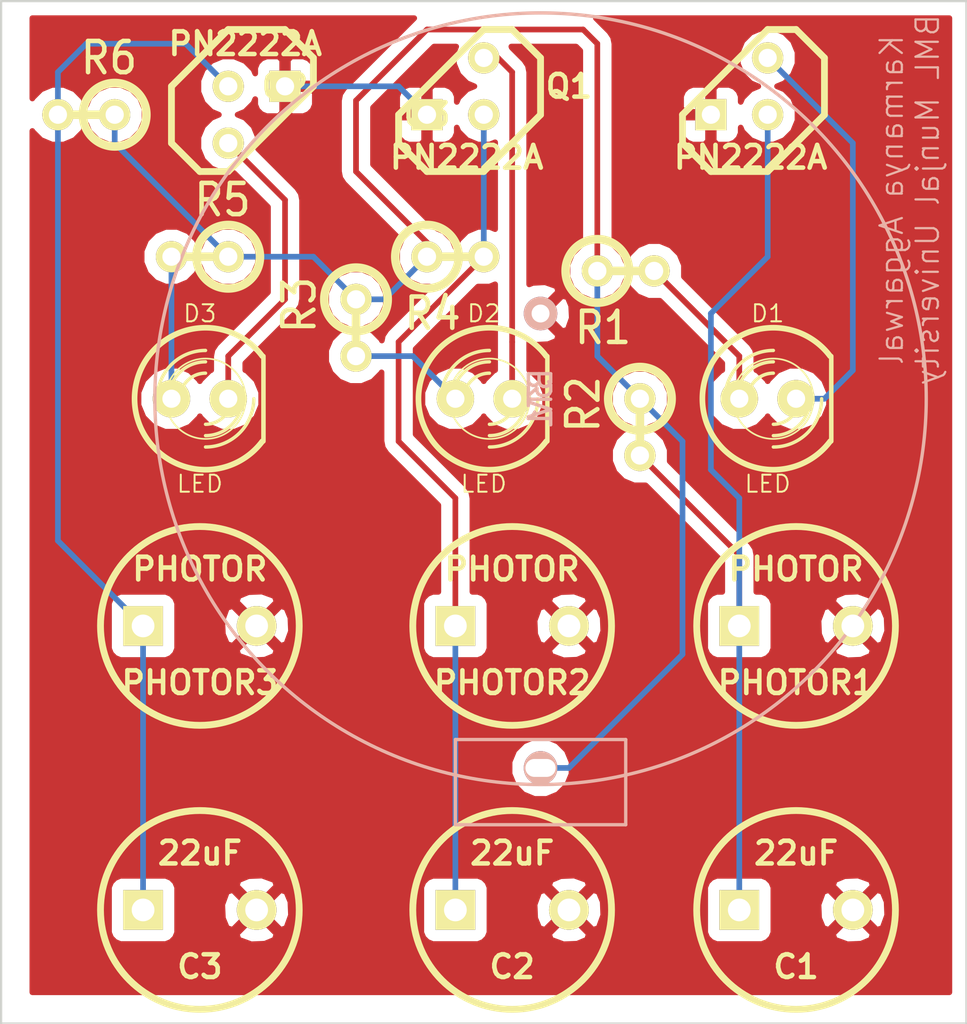
<source format=kicad_pcb>
(kicad_pcb (version 3) (host pcbnew "(2013-jul-07)-stable")

  (general
    (links 30)
    (no_connects 0)
    (area 218.389999 177.749999 267.439525 223.570001)
    (thickness 1.6)
    (drawings 5)
    (tracks 60)
    (zones 0)
    (modules 19)
    (nets 12)
  )

  (page A3)
  (layers
    (15 F.Cu signal)
    (0 B.Cu signal)
    (16 B.Adhes user)
    (17 F.Adhes user)
    (18 B.Paste user)
    (19 F.Paste user)
    (20 B.SilkS user)
    (21 F.SilkS user)
    (22 B.Mask user)
    (23 F.Mask user)
    (24 Dwgs.User user)
    (25 Cmts.User user)
    (26 Eco1.User user)
    (27 Eco2.User user)
    (28 Edge.Cuts user)
  )

  (setup
    (last_trace_width 0.254)
    (trace_clearance 0.254)
    (zone_clearance 0.508)
    (zone_45_only no)
    (trace_min 0.254)
    (segment_width 0.2)
    (edge_width 0.1)
    (via_size 0.889)
    (via_drill 0.635)
    (via_min_size 0.889)
    (via_min_drill 0.508)
    (uvia_size 0.508)
    (uvia_drill 0.127)
    (uvias_allowed no)
    (uvia_min_size 0.508)
    (uvia_min_drill 0.127)
    (pcb_text_width 0.3)
    (pcb_text_size 1.5 1.5)
    (mod_edge_width 0.15)
    (mod_text_size 1 1)
    (mod_text_width 0.15)
    (pad_size 1.5 1.5)
    (pad_drill 0.6)
    (pad_to_mask_clearance 0)
    (aux_axis_origin 0 0)
    (visible_elements FFFFFFBF)
    (pcbplotparams
      (layerselection 3178497)
      (usegerberextensions true)
      (excludeedgelayer true)
      (linewidth 0.150000)
      (plotframeref false)
      (viasonmask false)
      (mode 1)
      (useauxorigin false)
      (hpglpennumber 1)
      (hpglpenspeed 20)
      (hpglpendiameter 15)
      (hpglpenoverlay 2)
      (psnegative false)
      (psa4output false)
      (plotreference true)
      (plotvalue true)
      (plotothertext true)
      (plotinvisibletext false)
      (padsonsilk false)
      (subtractmaskfromsilk false)
      (outputformat 1)
      (mirror false)
      (drillshape 1)
      (scaleselection 1)
      (outputdirectory ""))
  )

  (net 0 "")
  (net 1 3V)
  (net 2 GND)
  (net 3 N-000001)
  (net 4 N-0000010)
  (net 5 N-000002)
  (net 6 N-000003)
  (net 7 N-000004)
  (net 8 N-000005)
  (net 9 N-000006)
  (net 10 N-000007)
  (net 11 N-000009)

  (net_class Default "This is the default net class."
    (clearance 0.254)
    (trace_width 0.254)
    (via_dia 0.889)
    (via_drill 0.635)
    (uvia_dia 0.508)
    (uvia_drill 0.127)
    (add_net "")
    (add_net 3V)
    (add_net GND)
    (add_net N-000001)
    (add_net N-0000010)
    (add_net N-000002)
    (add_net N-000003)
    (add_net N-000004)
    (add_net N-000005)
    (add_net N-000006)
    (add_net N-000007)
    (add_net N-000009)
  )

  (module TO92-EBC-num (layer F.Cu) (tedit 55D5FF8E) (tstamp 55D60056)
    (at 251.46 181.61 180)
    (descr "Transistor TO92 brochage type BC237")
    (tags "TR TO92")
    (path /55D6A256)
    (fp_text reference Q1 (at 7.62 0 180) (layer F.SilkS)
      (effects (font (size 1.016 1.016) (thickness 0.2032)))
    )
    (fp_text value PN2222A (at -0.508 -3.175 180) (layer F.SilkS)
      (effects (font (size 1.016 1.016) (thickness 0.2032)))
    )
    (fp_line (start -1.27 2.54) (end 2.54 -1.27) (layer F.SilkS) (width 0.3048))
    (fp_line (start 2.54 -1.27) (end 2.54 -2.54) (layer F.SilkS) (width 0.3048))
    (fp_line (start 2.54 -2.54) (end 1.27 -3.81) (layer F.SilkS) (width 0.3048))
    (fp_line (start 1.27 -3.81) (end -1.27 -3.81) (layer F.SilkS) (width 0.3048))
    (fp_line (start -1.27 -3.81) (end -3.81 -1.27) (layer F.SilkS) (width 0.3048))
    (fp_line (start -3.81 -1.27) (end -3.81 1.27) (layer F.SilkS) (width 0.3048))
    (fp_line (start -3.81 1.27) (end -2.54 2.54) (layer F.SilkS) (width 0.3048))
    (fp_line (start -2.54 2.54) (end -1.27 2.54) (layer F.SilkS) (width 0.3048))
    (pad 1 thru_hole rect (at 1.27 -1.27 180) (size 1.397 1.397) (drill 0.8128)
      (layers *.Cu *.Mask F.SilkS)
      (net 2 GND)
    )
    (pad 2 thru_hole circle (at -1.27 -1.27 180) (size 1.397 1.397) (drill 0.8128)
      (layers *.Cu *.Mask F.SilkS)
      (net 3 N-000001)
    )
    (pad 3 thru_hole circle (at -1.27 1.27 180) (size 1.397 1.397) (drill 0.8128)
      (layers *.Cu *.Mask F.SilkS)
      (net 5 N-000002)
    )
    (model discret/to98.wrl
      (at (xyz 0 0 0))
      (scale (xyz 1 1 1))
      (rotate (xyz 0 0 0))
    )
  )

  (module TO92-EBC-num (layer F.Cu) (tedit 55D5FF8E) (tstamp 55D60065)
    (at 238.76 181.61 180)
    (descr "Transistor TO92 brochage type BC237")
    (tags "TR TO92")
    (path /55D6A272)
    (fp_text reference Q2 (at 7.62 0 180) (layer F.SilkS)
      (effects (font (size 1.016 1.016) (thickness 0.2032)))
    )
    (fp_text value PN2222A (at -0.508 -3.175 180) (layer F.SilkS)
      (effects (font (size 1.016 1.016) (thickness 0.2032)))
    )
    (fp_line (start -1.27 2.54) (end 2.54 -1.27) (layer F.SilkS) (width 0.3048))
    (fp_line (start 2.54 -1.27) (end 2.54 -2.54) (layer F.SilkS) (width 0.3048))
    (fp_line (start 2.54 -2.54) (end 1.27 -3.81) (layer F.SilkS) (width 0.3048))
    (fp_line (start 1.27 -3.81) (end -1.27 -3.81) (layer F.SilkS) (width 0.3048))
    (fp_line (start -1.27 -3.81) (end -3.81 -1.27) (layer F.SilkS) (width 0.3048))
    (fp_line (start -3.81 -1.27) (end -3.81 1.27) (layer F.SilkS) (width 0.3048))
    (fp_line (start -3.81 1.27) (end -2.54 2.54) (layer F.SilkS) (width 0.3048))
    (fp_line (start -2.54 2.54) (end -1.27 2.54) (layer F.SilkS) (width 0.3048))
    (pad 1 thru_hole rect (at 1.27 -1.27 180) (size 1.397 1.397) (drill 0.8128)
      (layers *.Cu *.Mask F.SilkS)
      (net 2 GND)
    )
    (pad 2 thru_hole circle (at -1.27 -1.27 180) (size 1.397 1.397) (drill 0.8128)
      (layers *.Cu *.Mask F.SilkS)
      (net 11 N-000009)
    )
    (pad 3 thru_hole circle (at -1.27 1.27 180) (size 1.397 1.397) (drill 0.8128)
      (layers *.Cu *.Mask F.SilkS)
      (net 7 N-000004)
    )
    (model discret/to98.wrl
      (at (xyz 0 0 0))
      (scale (xyz 1 1 1))
      (rotate (xyz 0 0 0))
    )
  )

  (module TO92-EBC-num (layer F.Cu) (tedit 55D5FF8E) (tstamp 55D60074)
    (at 229.87 182.88)
    (descr "Transistor TO92 brochage type BC237")
    (tags "TR TO92")
    (path /55D5E943)
    (fp_text reference Q3 (at 7.62 0) (layer F.SilkS)
      (effects (font (size 1.016 1.016) (thickness 0.2032)))
    )
    (fp_text value PN2222A (at -0.508 -3.175) (layer F.SilkS)
      (effects (font (size 1.016 1.016) (thickness 0.2032)))
    )
    (fp_line (start -1.27 2.54) (end 2.54 -1.27) (layer F.SilkS) (width 0.3048))
    (fp_line (start 2.54 -1.27) (end 2.54 -2.54) (layer F.SilkS) (width 0.3048))
    (fp_line (start 2.54 -2.54) (end 1.27 -3.81) (layer F.SilkS) (width 0.3048))
    (fp_line (start 1.27 -3.81) (end -1.27 -3.81) (layer F.SilkS) (width 0.3048))
    (fp_line (start -1.27 -3.81) (end -3.81 -1.27) (layer F.SilkS) (width 0.3048))
    (fp_line (start -3.81 -1.27) (end -3.81 1.27) (layer F.SilkS) (width 0.3048))
    (fp_line (start -3.81 1.27) (end -2.54 2.54) (layer F.SilkS) (width 0.3048))
    (fp_line (start -2.54 2.54) (end -1.27 2.54) (layer F.SilkS) (width 0.3048))
    (pad 1 thru_hole rect (at 1.27 -1.27) (size 1.397 1.397) (drill 0.8128)
      (layers *.Cu *.Mask F.SilkS)
      (net 2 GND)
    )
    (pad 2 thru_hole circle (at -1.27 -1.27) (size 1.397 1.397) (drill 0.8128)
      (layers *.Cu *.Mask F.SilkS)
      (net 9 N-000006)
    )
    (pad 3 thru_hole circle (at -1.27 1.27) (size 1.397 1.397) (drill 0.8128)
      (layers *.Cu *.Mask F.SilkS)
      (net 8 N-000005)
    )
    (model discret/to98.wrl
      (at (xyz 0 0 0))
      (scale (xyz 1 1 1))
      (rotate (xyz 0 0 0))
    )
  )

  (module R1 (layer F.Cu) (tedit 200000) (tstamp 55D6007C)
    (at 227.33 189.23 180)
    (descr "Resistance verticale")
    (tags R)
    (path /55D5B123)
    (autoplace_cost90 10)
    (autoplace_cost180 10)
    (fp_text reference R5 (at -1.016 2.54 180) (layer F.SilkS)
      (effects (font (size 1.397 1.27) (thickness 0.2032)))
    )
    (fp_text value 330 (at -1.143 2.54 180) (layer F.SilkS) hide
      (effects (font (size 1.397 1.27) (thickness 0.2032)))
    )
    (fp_line (start -1.27 0) (end 1.27 0) (layer F.SilkS) (width 0.381))
    (fp_circle (center -1.27 0) (end -0.635 1.27) (layer F.SilkS) (width 0.381))
    (pad 1 thru_hole circle (at -1.27 0 180) (size 1.397 1.397) (drill 0.8128)
      (layers *.Cu *.Mask F.SilkS)
      (net 1 3V)
    )
    (pad 2 thru_hole circle (at 1.27 0 180) (size 1.397 1.397) (drill 0.8128)
      (layers *.Cu *.Mask F.SilkS)
      (net 10 N-000007)
    )
    (model discret/verti_resistor.wrl
      (at (xyz 0 0 0))
      (scale (xyz 1 1 1))
      (rotate (xyz 0 0 0))
    )
  )

  (module R1 (layer F.Cu) (tedit 200000) (tstamp 55D60084)
    (at 247.015 196.85 270)
    (descr "Resistance verticale")
    (tags R)
    (path /55D5B808)
    (autoplace_cost90 10)
    (autoplace_cost180 10)
    (fp_text reference R2 (at -1.016 2.54 270) (layer F.SilkS)
      (effects (font (size 1.397 1.27) (thickness 0.2032)))
    )
    (fp_text value 100k (at -1.143 2.54 270) (layer F.SilkS) hide
      (effects (font (size 1.397 1.27) (thickness 0.2032)))
    )
    (fp_line (start -1.27 0) (end 1.27 0) (layer F.SilkS) (width 0.381))
    (fp_circle (center -1.27 0) (end -0.635 1.27) (layer F.SilkS) (width 0.381))
    (pad 1 thru_hole circle (at -1.27 0 270) (size 1.397 1.397) (drill 0.8128)
      (layers *.Cu *.Mask F.SilkS)
      (net 1 3V)
    )
    (pad 2 thru_hole circle (at 1.27 0 270) (size 1.397 1.397) (drill 0.8128)
      (layers *.Cu *.Mask F.SilkS)
      (net 3 N-000001)
    )
    (model discret/verti_resistor.wrl
      (at (xyz 0 0 0))
      (scale (xyz 1 1 1))
      (rotate (xyz 0 0 0))
    )
  )

  (module R1 (layer F.Cu) (tedit 200000) (tstamp 55D6008C)
    (at 246.38 189.865)
    (descr "Resistance verticale")
    (tags R)
    (path /55D5B802)
    (autoplace_cost90 10)
    (autoplace_cost180 10)
    (fp_text reference R1 (at -1.016 2.54) (layer F.SilkS)
      (effects (font (size 1.397 1.27) (thickness 0.2032)))
    )
    (fp_text value 330 (at -1.143 2.54) (layer F.SilkS) hide
      (effects (font (size 1.397 1.27) (thickness 0.2032)))
    )
    (fp_line (start -1.27 0) (end 1.27 0) (layer F.SilkS) (width 0.381))
    (fp_circle (center -1.27 0) (end -0.635 1.27) (layer F.SilkS) (width 0.381))
    (pad 1 thru_hole circle (at -1.27 0) (size 1.397 1.397) (drill 0.8128)
      (layers *.Cu *.Mask F.SilkS)
      (net 1 3V)
    )
    (pad 2 thru_hole circle (at 1.27 0) (size 1.397 1.397) (drill 0.8128)
      (layers *.Cu *.Mask F.SilkS)
      (net 6 N-000003)
    )
    (model discret/verti_resistor.wrl
      (at (xyz 0 0 0))
      (scale (xyz 1 1 1))
      (rotate (xyz 0 0 0))
    )
  )

  (module R1 (layer F.Cu) (tedit 200000) (tstamp 55D60094)
    (at 238.76 189.23)
    (descr "Resistance verticale")
    (tags R)
    (path /55D5B7D7)
    (autoplace_cost90 10)
    (autoplace_cost180 10)
    (fp_text reference R4 (at -1.016 2.54) (layer F.SilkS)
      (effects (font (size 1.397 1.27) (thickness 0.2032)))
    )
    (fp_text value 100k (at -1.143 2.54) (layer F.SilkS) hide
      (effects (font (size 1.397 1.27) (thickness 0.2032)))
    )
    (fp_line (start -1.27 0) (end 1.27 0) (layer F.SilkS) (width 0.381))
    (fp_circle (center -1.27 0) (end -0.635 1.27) (layer F.SilkS) (width 0.381))
    (pad 1 thru_hole circle (at -1.27 0) (size 1.397 1.397) (drill 0.8128)
      (layers *.Cu *.Mask F.SilkS)
      (net 1 3V)
    )
    (pad 2 thru_hole circle (at 1.27 0) (size 1.397 1.397) (drill 0.8128)
      (layers *.Cu *.Mask F.SilkS)
      (net 11 N-000009)
    )
    (model discret/verti_resistor.wrl
      (at (xyz 0 0 0))
      (scale (xyz 1 1 1))
      (rotate (xyz 0 0 0))
    )
  )

  (module R1 (layer F.Cu) (tedit 200000) (tstamp 55D6009C)
    (at 234.315 192.405 270)
    (descr "Resistance verticale")
    (tags R)
    (path /55D5B7D1)
    (autoplace_cost90 10)
    (autoplace_cost180 10)
    (fp_text reference R3 (at -1.016 2.54 270) (layer F.SilkS)
      (effects (font (size 1.397 1.27) (thickness 0.2032)))
    )
    (fp_text value 330 (at -1.143 2.54 270) (layer F.SilkS) hide
      (effects (font (size 1.397 1.27) (thickness 0.2032)))
    )
    (fp_line (start -1.27 0) (end 1.27 0) (layer F.SilkS) (width 0.381))
    (fp_circle (center -1.27 0) (end -0.635 1.27) (layer F.SilkS) (width 0.381))
    (pad 1 thru_hole circle (at -1.27 0 270) (size 1.397 1.397) (drill 0.8128)
      (layers *.Cu *.Mask F.SilkS)
      (net 1 3V)
    )
    (pad 2 thru_hole circle (at 1.27 0 270) (size 1.397 1.397) (drill 0.8128)
      (layers *.Cu *.Mask F.SilkS)
      (net 4 N-0000010)
    )
    (model discret/verti_resistor.wrl
      (at (xyz 0 0 0))
      (scale (xyz 1 1 1))
      (rotate (xyz 0 0 0))
    )
  )

  (module R1 (layer F.Cu) (tedit 200000) (tstamp 55D600A4)
    (at 222.25 182.88 180)
    (descr "Resistance verticale")
    (tags R)
    (path /55D5B132)
    (autoplace_cost90 10)
    (autoplace_cost180 10)
    (fp_text reference R6 (at -1.016 2.54 180) (layer F.SilkS)
      (effects (font (size 1.397 1.27) (thickness 0.2032)))
    )
    (fp_text value 100k (at -1.143 2.54 180) (layer F.SilkS) hide
      (effects (font (size 1.397 1.27) (thickness 0.2032)))
    )
    (fp_line (start -1.27 0) (end 1.27 0) (layer F.SilkS) (width 0.381))
    (fp_circle (center -1.27 0) (end -0.635 1.27) (layer F.SilkS) (width 0.381))
    (pad 1 thru_hole circle (at -1.27 0 180) (size 1.397 1.397) (drill 0.8128)
      (layers *.Cu *.Mask F.SilkS)
      (net 1 3V)
    )
    (pad 2 thru_hole circle (at 1.27 0 180) (size 1.397 1.397) (drill 0.8128)
      (layers *.Cu *.Mask F.SilkS)
      (net 9 N-000006)
    )
    (model discret/verti_resistor.wrl
      (at (xyz 0 0 0))
      (scale (xyz 1 1 1))
      (rotate (xyz 0 0 0))
    )
  )

  (module LED-5MM (layer F.Cu) (tedit 50ADE86B) (tstamp 55D600B3)
    (at 240.03 195.58)
    (descr "LED 5mm - Lead pitch 100mil (2,54mm)")
    (tags "LED led 5mm 5MM 100mil 2,54mm")
    (path /55D5B7CB)
    (fp_text reference D2 (at 0 -3.81) (layer F.SilkS)
      (effects (font (size 0.762 0.762) (thickness 0.0889)))
    )
    (fp_text value LED (at 0 3.81) (layer F.SilkS)
      (effects (font (size 0.762 0.762) (thickness 0.0889)))
    )
    (fp_line (start 2.8448 1.905) (end 2.8448 -1.905) (layer F.SilkS) (width 0.2032))
    (fp_circle (center 0.254 0) (end -1.016 1.27) (layer F.SilkS) (width 0.0762))
    (fp_arc (start 0.254 0) (end 2.794 1.905) (angle 286.2) (layer F.SilkS) (width 0.254))
    (fp_arc (start 0.254 0) (end -0.889 0) (angle 90) (layer F.SilkS) (width 0.1524))
    (fp_arc (start 0.254 0) (end 1.397 0) (angle 90) (layer F.SilkS) (width 0.1524))
    (fp_arc (start 0.254 0) (end -1.397 0) (angle 90) (layer F.SilkS) (width 0.1524))
    (fp_arc (start 0.254 0) (end 1.905 0) (angle 90) (layer F.SilkS) (width 0.1524))
    (fp_arc (start 0.254 0) (end -1.905 0) (angle 90) (layer F.SilkS) (width 0.1524))
    (fp_arc (start 0.254 0) (end 2.413 0) (angle 90) (layer F.SilkS) (width 0.1524))
    (pad 1 thru_hole circle (at -1.27 0) (size 1.6764 1.6764) (drill 0.8128)
      (layers *.Cu *.Mask F.SilkS)
      (net 4 N-0000010)
    )
    (pad 2 thru_hole circle (at 1.27 0) (size 1.6764 1.6764) (drill 0.8128)
      (layers *.Cu *.Mask F.SilkS)
      (net 7 N-000004)
    )
    (model discret/leds/led5_vertical_verde.wrl
      (at (xyz 0 0 0))
      (scale (xyz 1 1 1))
      (rotate (xyz 0 0 0))
    )
  )

  (module LED-5MM (layer F.Cu) (tedit 50ADE86B) (tstamp 55D600C2)
    (at 252.73 195.58)
    (descr "LED 5mm - Lead pitch 100mil (2,54mm)")
    (tags "LED led 5mm 5MM 100mil 2,54mm")
    (path /55D5B7FC)
    (fp_text reference D1 (at 0 -3.81) (layer F.SilkS)
      (effects (font (size 0.762 0.762) (thickness 0.0889)))
    )
    (fp_text value LED (at 0 3.81) (layer F.SilkS)
      (effects (font (size 0.762 0.762) (thickness 0.0889)))
    )
    (fp_line (start 2.8448 1.905) (end 2.8448 -1.905) (layer F.SilkS) (width 0.2032))
    (fp_circle (center 0.254 0) (end -1.016 1.27) (layer F.SilkS) (width 0.0762))
    (fp_arc (start 0.254 0) (end 2.794 1.905) (angle 286.2) (layer F.SilkS) (width 0.254))
    (fp_arc (start 0.254 0) (end -0.889 0) (angle 90) (layer F.SilkS) (width 0.1524))
    (fp_arc (start 0.254 0) (end 1.397 0) (angle 90) (layer F.SilkS) (width 0.1524))
    (fp_arc (start 0.254 0) (end -1.397 0) (angle 90) (layer F.SilkS) (width 0.1524))
    (fp_arc (start 0.254 0) (end 1.905 0) (angle 90) (layer F.SilkS) (width 0.1524))
    (fp_arc (start 0.254 0) (end -1.905 0) (angle 90) (layer F.SilkS) (width 0.1524))
    (fp_arc (start 0.254 0) (end 2.413 0) (angle 90) (layer F.SilkS) (width 0.1524))
    (pad 1 thru_hole circle (at -1.27 0) (size 1.6764 1.6764) (drill 0.8128)
      (layers *.Cu *.Mask F.SilkS)
      (net 6 N-000003)
    )
    (pad 2 thru_hole circle (at 1.27 0) (size 1.6764 1.6764) (drill 0.8128)
      (layers *.Cu *.Mask F.SilkS)
      (net 5 N-000002)
    )
    (model discret/leds/led5_vertical_verde.wrl
      (at (xyz 0 0 0))
      (scale (xyz 1 1 1))
      (rotate (xyz 0 0 0))
    )
  )

  (module LED-5MM (layer F.Cu) (tedit 50ADE86B) (tstamp 55D600D1)
    (at 227.33 195.58)
    (descr "LED 5mm - Lead pitch 100mil (2,54mm)")
    (tags "LED led 5mm 5MM 100mil 2,54mm")
    (path /55D5B114)
    (fp_text reference D3 (at 0 -3.81) (layer F.SilkS)
      (effects (font (size 0.762 0.762) (thickness 0.0889)))
    )
    (fp_text value LED (at 0 3.81) (layer F.SilkS)
      (effects (font (size 0.762 0.762) (thickness 0.0889)))
    )
    (fp_line (start 2.8448 1.905) (end 2.8448 -1.905) (layer F.SilkS) (width 0.2032))
    (fp_circle (center 0.254 0) (end -1.016 1.27) (layer F.SilkS) (width 0.0762))
    (fp_arc (start 0.254 0) (end 2.794 1.905) (angle 286.2) (layer F.SilkS) (width 0.254))
    (fp_arc (start 0.254 0) (end -0.889 0) (angle 90) (layer F.SilkS) (width 0.1524))
    (fp_arc (start 0.254 0) (end 1.397 0) (angle 90) (layer F.SilkS) (width 0.1524))
    (fp_arc (start 0.254 0) (end -1.397 0) (angle 90) (layer F.SilkS) (width 0.1524))
    (fp_arc (start 0.254 0) (end 1.905 0) (angle 90) (layer F.SilkS) (width 0.1524))
    (fp_arc (start 0.254 0) (end -1.905 0) (angle 90) (layer F.SilkS) (width 0.1524))
    (fp_arc (start 0.254 0) (end 2.413 0) (angle 90) (layer F.SilkS) (width 0.1524))
    (pad 1 thru_hole circle (at -1.27 0) (size 1.6764 1.6764) (drill 0.8128)
      (layers *.Cu *.Mask F.SilkS)
      (net 10 N-000007)
    )
    (pad 2 thru_hole circle (at 1.27 0) (size 1.6764 1.6764) (drill 0.8128)
      (layers *.Cu *.Mask F.SilkS)
      (net 8 N-000005)
    )
    (model discret/leds/led5_vertical_verde.wrl
      (at (xyz 0 0 0))
      (scale (xyz 1 1 1))
      (rotate (xyz 0 0 0))
    )
  )

  (module C2V8 (layer F.Cu) (tedit 46544AA3) (tstamp 55D600D8)
    (at 241.3 218.44)
    (descr "Condensateur polarise")
    (tags CP)
    (path /55D5B7DD)
    (fp_text reference C2 (at 0 2.54) (layer F.SilkS)
      (effects (font (size 1.016 1.016) (thickness 0.2032)))
    )
    (fp_text value 22uF (at 0 -2.54) (layer F.SilkS)
      (effects (font (size 1.016 1.016) (thickness 0.2032)))
    )
    (fp_circle (center 0 0) (end -4.445 0) (layer F.SilkS) (width 0.3048))
    (pad 1 thru_hole rect (at -2.54 0) (size 1.778 1.778) (drill 1.016)
      (layers *.Cu *.Mask F.SilkS)
      (net 11 N-000009)
    )
    (pad 2 thru_hole circle (at 2.54 0) (size 1.778 1.778) (drill 1.016)
      (layers *.Cu *.Mask F.SilkS)
      (net 2 GND)
    )
    (model discret/c_vert_c2v10.wrl
      (at (xyz 0 0 0))
      (scale (xyz 1 1 1))
      (rotate (xyz 0 0 0))
    )
  )

  (module C2V8 (layer F.Cu) (tedit 46544AA3) (tstamp 55D600DF)
    (at 241.3 205.74)
    (descr "Condensateur polarise")
    (tags CP)
    (path /55D5B7E8)
    (fp_text reference PHOTOR2 (at 0 2.54) (layer F.SilkS)
      (effects (font (size 1.016 1.016) (thickness 0.2032)))
    )
    (fp_text value PHOTOR (at 0 -2.54) (layer F.SilkS)
      (effects (font (size 1.016 1.016) (thickness 0.2032)))
    )
    (fp_circle (center 0 0) (end -4.445 0) (layer F.SilkS) (width 0.3048))
    (pad 1 thru_hole rect (at -2.54 0) (size 1.778 1.778) (drill 1.016)
      (layers *.Cu *.Mask F.SilkS)
      (net 11 N-000009)
    )
    (pad 2 thru_hole circle (at 2.54 0) (size 1.778 1.778) (drill 1.016)
      (layers *.Cu *.Mask F.SilkS)
      (net 2 GND)
    )
    (model discret/c_vert_c2v10.wrl
      (at (xyz 0 0 0))
      (scale (xyz 1 1 1))
      (rotate (xyz 0 0 0))
    )
  )

  (module C2V8 (layer F.Cu) (tedit 46544AA3) (tstamp 55D600E6)
    (at 227.33 205.74)
    (descr "Condensateur polarise")
    (tags CP)
    (path /55D5B709)
    (fp_text reference PHOTOR3 (at 0 2.54) (layer F.SilkS)
      (effects (font (size 1.016 1.016) (thickness 0.2032)))
    )
    (fp_text value PHOTOR (at 0 -2.54) (layer F.SilkS)
      (effects (font (size 1.016 1.016) (thickness 0.2032)))
    )
    (fp_circle (center 0 0) (end -4.445 0) (layer F.SilkS) (width 0.3048))
    (pad 1 thru_hole rect (at -2.54 0) (size 1.778 1.778) (drill 1.016)
      (layers *.Cu *.Mask F.SilkS)
      (net 9 N-000006)
    )
    (pad 2 thru_hole circle (at 2.54 0) (size 1.778 1.778) (drill 1.016)
      (layers *.Cu *.Mask F.SilkS)
      (net 2 GND)
    )
    (model discret/c_vert_c2v10.wrl
      (at (xyz 0 0 0))
      (scale (xyz 1 1 1))
      (rotate (xyz 0 0 0))
    )
  )

  (module C2V8 (layer F.Cu) (tedit 46544AA3) (tstamp 55D600ED)
    (at 254 218.44)
    (descr "Condensateur polarise")
    (tags CP)
    (path /55D5B80E)
    (fp_text reference C1 (at 0 2.54) (layer F.SilkS)
      (effects (font (size 1.016 1.016) (thickness 0.2032)))
    )
    (fp_text value 22uF (at 0 -2.54) (layer F.SilkS)
      (effects (font (size 1.016 1.016) (thickness 0.2032)))
    )
    (fp_circle (center 0 0) (end -4.445 0) (layer F.SilkS) (width 0.3048))
    (pad 1 thru_hole rect (at -2.54 0) (size 1.778 1.778) (drill 1.016)
      (layers *.Cu *.Mask F.SilkS)
      (net 3 N-000001)
    )
    (pad 2 thru_hole circle (at 2.54 0) (size 1.778 1.778) (drill 1.016)
      (layers *.Cu *.Mask F.SilkS)
      (net 2 GND)
    )
    (model discret/c_vert_c2v10.wrl
      (at (xyz 0 0 0))
      (scale (xyz 1 1 1))
      (rotate (xyz 0 0 0))
    )
  )

  (module C2V8 (layer F.Cu) (tedit 46544AA3) (tstamp 55D600F4)
    (at 254 205.74)
    (descr "Condensateur polarise")
    (tags CP)
    (path /55D5B819)
    (fp_text reference PHOTOR1 (at 0 2.54) (layer F.SilkS)
      (effects (font (size 1.016 1.016) (thickness 0.2032)))
    )
    (fp_text value PHOTOR (at 0 -2.54) (layer F.SilkS)
      (effects (font (size 1.016 1.016) (thickness 0.2032)))
    )
    (fp_circle (center 0 0) (end -4.445 0) (layer F.SilkS) (width 0.3048))
    (pad 1 thru_hole rect (at -2.54 0) (size 1.778 1.778) (drill 1.016)
      (layers *.Cu *.Mask F.SilkS)
      (net 3 N-000001)
    )
    (pad 2 thru_hole circle (at 2.54 0) (size 1.778 1.778) (drill 1.016)
      (layers *.Cu *.Mask F.SilkS)
      (net 2 GND)
    )
    (model discret/c_vert_c2v10.wrl
      (at (xyz 0 0 0))
      (scale (xyz 1 1 1))
      (rotate (xyz 0 0 0))
    )
  )

  (module C2V8 (layer F.Cu) (tedit 46544AA3) (tstamp 55D600FB)
    (at 227.33 218.44)
    (descr "Condensateur polarise")
    (tags CP)
    (path /55D5B141)
    (fp_text reference C3 (at 0 2.54) (layer F.SilkS)
      (effects (font (size 1.016 1.016) (thickness 0.2032)))
    )
    (fp_text value 22uF (at 0 -2.54) (layer F.SilkS)
      (effects (font (size 1.016 1.016) (thickness 0.2032)))
    )
    (fp_circle (center 0 0) (end -4.445 0) (layer F.SilkS) (width 0.3048))
    (pad 1 thru_hole rect (at -2.54 0) (size 1.778 1.778) (drill 1.016)
      (layers *.Cu *.Mask F.SilkS)
      (net 9 N-000006)
    )
    (pad 2 thru_hole circle (at 2.54 0) (size 1.778 1.778) (drill 1.016)
      (layers *.Cu *.Mask F.SilkS)
      (net 2 GND)
    )
    (model discret/c_vert_c2v10.wrl
      (at (xyz 0 0 0))
      (scale (xyz 1 1 1))
      (rotate (xyz 0 0 0))
    )
  )

  (module BS-7-CR2032-2 (layer B.Cu) (tedit 55D5E135) (tstamp 55D60107)
    (at 242.57 195.58 270)
    (path /55D5B338)
    (fp_text reference BT1 (at 0 0 270) (layer B.SilkS)
      (effects (font (size 1 1) (thickness 0.15)) (justify mirror))
    )
    (fp_text value 3V (at 0 0 270) (layer B.SilkS)
      (effects (font (size 1 1) (thickness 0.15)) (justify mirror))
    )
    (fp_line (start 16.51 3.81) (end 19.05 3.81) (layer B.SilkS) (width 0.15))
    (fp_line (start 19.05 3.81) (end 19.05 -3.81) (layer B.SilkS) (width 0.15))
    (fp_line (start 19.05 -3.81) (end 15.24 -3.81) (layer B.SilkS) (width 0.15))
    (fp_line (start 15.24 -3.81) (end 15.24 3.81) (layer B.SilkS) (width 0.15))
    (fp_line (start 15.24 3.81) (end 16.51 3.81) (layer B.SilkS) (width 0.15))
    (fp_circle (center 0 0) (end 12.2 -12.2) (layer B.SilkS) (width 0.15))
    (pad 2 thru_hole circle (at -3.81 0 270) (size 1.5 1.5) (drill 0.8)
      (layers *.Cu *.Mask B.SilkS)
      (net 2 GND)
    )
    (pad 1 thru_hole circle (at 16.51 0 270) (size 1.5 1.5) (drill oval 0.8 1.35)
      (layers *.Cu *.Mask B.SilkS)
      (net 1 3V)
    )
  )

  (gr_text "Karmanya Aggarwal\nBML Munjal University" (at 259.08 186.69 90) (layer B.SilkS)
    (effects (font (size 1 1) (thickness 0.1)) (justify mirror))
  )
  (gr_line (start 218.44 223.52) (end 218.44 177.8) (angle 90) (layer Edge.Cuts) (width 0.1))
  (gr_line (start 261.62 223.52) (end 218.44 223.52) (angle 90) (layer Edge.Cuts) (width 0.1))
  (gr_line (start 261.62 177.8) (end 261.62 223.52) (angle 90) (layer Edge.Cuts) (width 0.1))
  (gr_line (start 218.44 177.8) (end 261.62 177.8) (angle 90) (layer Edge.Cuts) (width 0.1))

  (segment (start 237.49 189.23) (end 237.49 188.595) (width 0.254) (layer F.Cu) (net 1))
  (segment (start 245.11 179.705) (end 245.11 189.865) (width 0.254) (layer F.Cu) (net 1) (tstamp 55D695CD))
  (segment (start 244.475 179.07) (end 245.11 179.705) (width 0.254) (layer F.Cu) (net 1) (tstamp 55D695CB))
  (segment (start 237.49 179.07) (end 244.475 179.07) (width 0.254) (layer F.Cu) (net 1) (tstamp 55D695C9))
  (segment (start 234.315 182.245) (end 237.49 179.07) (width 0.254) (layer F.Cu) (net 1) (tstamp 55D695C7))
  (segment (start 234.315 185.42) (end 234.315 182.245) (width 0.254) (layer F.Cu) (net 1) (tstamp 55D695C4))
  (segment (start 237.49 188.595) (end 234.315 185.42) (width 0.254) (layer F.Cu) (net 1) (tstamp 55D695C2))
  (segment (start 245.11 189.865) (end 245.11 193.675) (width 0.254) (layer B.Cu) (net 1))
  (segment (start 245.11 193.675) (end 247.015 195.58) (width 0.254) (layer B.Cu) (net 1) (tstamp 55D694E5))
  (segment (start 242.57 212.09) (end 243.84 212.09) (width 0.254) (layer B.Cu) (net 1))
  (segment (start 248.92 197.485) (end 247.015 195.58) (width 0.254) (layer B.Cu) (net 1) (tstamp 55D69434))
  (segment (start 248.92 207.01) (end 248.92 197.485) (width 0.254) (layer B.Cu) (net 1) (tstamp 55D69432))
  (segment (start 243.84 212.09) (end 248.92 207.01) (width 0.254) (layer B.Cu) (net 1) (tstamp 55D69430))
  (segment (start 223.52 182.88) (end 223.52 184.15) (width 0.254) (layer B.Cu) (net 1))
  (segment (start 223.52 184.15) (end 228.6 189.23) (width 0.254) (layer B.Cu) (net 1) (tstamp 55D68ACF))
  (segment (start 228.6 189.23) (end 232.41 189.23) (width 0.254) (layer B.Cu) (net 1))
  (segment (start 232.41 189.23) (end 234.315 191.135) (width 0.254) (layer B.Cu) (net 1) (tstamp 55D68AC6))
  (segment (start 234.315 191.135) (end 235.585 191.135) (width 0.254) (layer B.Cu) (net 1))
  (segment (start 235.585 191.135) (end 237.49 189.23) (width 0.254) (layer B.Cu) (net 1) (tstamp 55D68AB6))
  (segment (start 231.14 181.61) (end 236.22 181.61) (width 0.254) (layer B.Cu) (net 2) (status 400000))
  (segment (start 236.22 181.61) (end 237.49 182.88) (width 0.254) (layer B.Cu) (net 2) (tstamp 55D6A3EB) (status 800000))
  (segment (start 252.73 182.88) (end 252.73 189.23) (width 0.254) (layer B.Cu) (net 3) (status 400000))
  (segment (start 251.46 200.025) (end 251.46 205.74) (width 0.254) (layer B.Cu) (net 3) (tstamp 55D6A348) (status 800000))
  (segment (start 250.19 198.755) (end 251.46 200.025) (width 0.254) (layer B.Cu) (net 3) (tstamp 55D6A345))
  (segment (start 250.19 191.77) (end 250.19 198.755) (width 0.254) (layer B.Cu) (net 3) (tstamp 55D6A33B))
  (segment (start 252.73 189.23) (end 250.19 191.77) (width 0.254) (layer B.Cu) (net 3) (tstamp 55D6A336))
  (segment (start 251.46 218.44) (end 251.46 205.74) (width 0.254) (layer B.Cu) (net 3))
  (segment (start 251.46 205.74) (end 251.46 202.565) (width 0.254) (layer F.Cu) (net 3))
  (segment (start 251.46 202.565) (end 247.015 198.12) (width 0.254) (layer F.Cu) (net 3) (tstamp 55D68B75))
  (segment (start 234.315 193.675) (end 236.855 193.675) (width 0.254) (layer B.Cu) (net 4))
  (segment (start 236.855 193.675) (end 238.76 195.58) (width 0.254) (layer B.Cu) (net 4) (tstamp 55D68AB1))
  (segment (start 254 195.58) (end 255.27 195.58) (width 0.254) (layer B.Cu) (net 5))
  (segment (start 256.54 184.15) (end 252.73 180.34) (width 0.254) (layer B.Cu) (net 5) (tstamp 55D68A92))
  (segment (start 256.54 194.31) (end 256.54 184.15) (width 0.254) (layer B.Cu) (net 5) (tstamp 55D68A8E))
  (segment (start 255.27 195.58) (end 256.54 194.31) (width 0.254) (layer B.Cu) (net 5) (tstamp 55D68A8C))
  (segment (start 251.46 195.58) (end 251.46 193.675) (width 0.254) (layer F.Cu) (net 6))
  (segment (start 251.46 193.675) (end 247.65 189.865) (width 0.254) (layer F.Cu) (net 6) (tstamp 55D68B5E))
  (segment (start 251.46 193.675) (end 247.65 189.865) (width 0.254) (layer F.Cu) (net 6) (tstamp 55D68B2C))
  (segment (start 241.3 195.58) (end 241.3 193.04) (width 0.254) (layer F.Cu) (net 7))
  (segment (start 240.665 180.34) (end 240.03 180.34) (width 0.254) (layer F.Cu) (net 7) (tstamp 55D6950A))
  (segment (start 241.3 180.975) (end 240.665 180.34) (width 0.254) (layer F.Cu) (net 7) (tstamp 55D69500))
  (segment (start 241.3 193.04) (end 241.3 180.975) (width 0.254) (layer F.Cu) (net 7) (tstamp 55D694FC))
  (segment (start 228.6 195.58) (end 228.6 193.675) (width 0.254) (layer F.Cu) (net 8))
  (segment (start 231.14 186.69) (end 228.6 184.15) (width 0.254) (layer F.Cu) (net 8) (tstamp 55D69597))
  (segment (start 231.14 191.135) (end 231.14 186.69) (width 0.254) (layer F.Cu) (net 8) (tstamp 55D69594))
  (segment (start 228.6 193.675) (end 231.14 191.135) (width 0.254) (layer F.Cu) (net 8) (tstamp 55D69590))
  (segment (start 220.98 182.88) (end 220.98 180.975) (width 0.254) (layer B.Cu) (net 9) (status 400000))
  (segment (start 226.695 179.705) (end 228.6 181.61) (width 0.254) (layer B.Cu) (net 9) (tstamp 55D6A328) (status 800000))
  (segment (start 222.25 179.705) (end 226.695 179.705) (width 0.254) (layer B.Cu) (net 9) (tstamp 55D6A324))
  (segment (start 220.98 180.975) (end 222.25 179.705) (width 0.254) (layer B.Cu) (net 9) (tstamp 55D6A323))
  (segment (start 224.79 205.74) (end 224.79 218.44) (width 0.254) (layer B.Cu) (net 9))
  (segment (start 220.98 182.88) (end 220.98 201.93) (width 0.254) (layer B.Cu) (net 9))
  (segment (start 220.98 201.93) (end 224.79 205.74) (width 0.254) (layer B.Cu) (net 9) (tstamp 55D68AD6))
  (segment (start 226.06 195.58) (end 226.06 189.23) (width 0.254) (layer B.Cu) (net 10))
  (segment (start 240.03 182.88) (end 240.03 189.23) (width 0.254) (layer B.Cu) (net 11))
  (segment (start 238.76 218.44) (end 238.76 205.74) (width 0.254) (layer B.Cu) (net 11))
  (segment (start 238.76 205.74) (end 238.76 200.025) (width 0.254) (layer F.Cu) (net 11))
  (segment (start 236.22 193.04) (end 240.03 189.23) (width 0.254) (layer F.Cu) (net 11) (tstamp 55D6946E))
  (segment (start 236.22 197.485) (end 236.22 193.04) (width 0.254) (layer F.Cu) (net 11) (tstamp 55D6946B))
  (segment (start 238.76 200.025) (end 236.22 197.485) (width 0.254) (layer F.Cu) (net 11) (tstamp 55D69467))

  (zone (net 2) (net_name GND) (layer F.Cu) (tstamp 55D68A0B) (hatch edge 0.508)
    (connect_pads (clearance 0.508))
    (min_thickness 0.254)
    (fill (arc_segments 16) (thermal_gap 0.508) (thermal_bridge_width 0.508) (smoothing chamfer))
    (polygon
      (pts
        (xy 260.985 222.25) (xy 219.71 222.25) (xy 219.71 178.435) (xy 260.985 178.435)
      )
    )
    (filled_polygon
      (pts
        (xy 240.538 187.997048) (xy 240.296413 187.896733) (xy 239.765914 187.89627) (xy 239.27562 188.098855) (xy 238.900174 188.473647)
        (xy 238.759906 188.811448) (xy 238.621145 188.47562) (xy 238.246353 188.100174) (xy 237.949568 187.976938) (xy 237.363 187.39037)
        (xy 237.363 184.05475) (xy 237.363 183.007) (xy 237.363 182.753) (xy 237.363 181.70525) (xy 237.20425 181.5465)
        (xy 236.665745 181.54639) (xy 236.432271 181.642859) (xy 236.253487 181.821332) (xy 236.156611 182.054636) (xy 236.15639 182.307255)
        (xy 236.1565 182.59425) (xy 236.31525 182.753) (xy 237.363 182.753) (xy 237.363 183.007) (xy 236.31525 183.007)
        (xy 236.1565 183.16575) (xy 236.15639 183.452745) (xy 236.156611 183.705364) (xy 236.253487 183.938668) (xy 236.432271 184.117141)
        (xy 236.665745 184.21361) (xy 237.20425 184.2135) (xy 237.363 184.05475) (xy 237.363 187.39037) (xy 235.077 185.10437)
        (xy 235.077 182.56063) (xy 237.80563 179.832) (xy 238.797048 179.832) (xy 238.696733 180.073587) (xy 238.69627 180.604086)
        (xy 238.898855 181.09438) (xy 239.273647 181.469826) (xy 239.611448 181.610093) (xy 239.27562 181.748855) (xy 238.900174 182.123647)
        (xy 238.823609 182.308034) (xy 238.82361 182.307255) (xy 238.823389 182.054636) (xy 238.726513 181.821332) (xy 238.547729 181.642859)
        (xy 238.314255 181.54639) (xy 237.77575 181.5465) (xy 237.617 181.70525) (xy 237.617 182.753) (xy 237.637 182.753)
        (xy 237.637 183.007) (xy 237.617 183.007) (xy 237.617 184.05475) (xy 237.77575 184.2135) (xy 238.314255 184.21361)
        (xy 238.547729 184.117141) (xy 238.726513 183.938668) (xy 238.823389 183.705364) (xy 238.82361 183.452745) (xy 238.823609 183.452272)
        (xy 238.898855 183.63438) (xy 239.273647 184.009826) (xy 239.763587 184.213267) (xy 240.294086 184.21373) (xy 240.538 184.112946)
        (xy 240.538 187.997048)
      )
    )
    (filled_polygon
      (pts
        (xy 260.858 222.123) (xy 258.075514 222.123) (xy 258.075514 218.678035) (xy 258.075514 205.978035) (xy 258.049722 205.3723)
        (xy 257.867539 204.932468) (xy 257.612195 204.84741) (xy 257.43259 205.027015) (xy 257.43259 204.667805) (xy 257.347532 204.412461)
        (xy 256.778035 204.204486) (xy 256.1723 204.230278) (xy 255.732468 204.412461) (xy 255.64741 204.667805) (xy 256.54 205.560395)
        (xy 257.43259 204.667805) (xy 257.43259 205.027015) (xy 256.719605 205.74) (xy 257.612195 206.63259) (xy 257.867539 206.547532)
        (xy 258.075514 205.978035) (xy 258.075514 218.678035) (xy 258.049722 218.0723) (xy 257.867539 217.632468) (xy 257.612195 217.54741)
        (xy 257.43259 217.727015) (xy 257.43259 217.367805) (xy 257.43259 206.812195) (xy 256.54 205.919605) (xy 256.360395 206.09921)
        (xy 256.360395 205.74) (xy 255.467805 204.84741) (xy 255.212461 204.932468) (xy 255.004486 205.501965) (xy 255.030278 206.1077)
        (xy 255.212461 206.547532) (xy 255.467805 206.63259) (xy 256.360395 205.74) (xy 256.360395 206.09921) (xy 255.64741 206.812195)
        (xy 255.732468 207.067539) (xy 256.301965 207.275514) (xy 256.9077 207.249722) (xy 257.347532 207.067539) (xy 257.43259 206.812195)
        (xy 257.43259 217.367805) (xy 257.347532 217.112461) (xy 256.778035 216.904486) (xy 256.1723 216.930278) (xy 255.732468 217.112461)
        (xy 255.64741 217.367805) (xy 256.54 218.260395) (xy 257.43259 217.367805) (xy 257.43259 217.727015) (xy 256.719605 218.44)
        (xy 257.612195 219.33259) (xy 257.867539 219.247532) (xy 258.075514 218.678035) (xy 258.075514 222.123) (xy 257.43259 222.123)
        (xy 257.43259 219.512195) (xy 256.54 218.619605) (xy 256.360395 218.79921) (xy 256.360395 218.44) (xy 255.467805 217.54741)
        (xy 255.212461 217.632468) (xy 255.004486 218.201965) (xy 255.030278 218.8077) (xy 255.212461 219.247532) (xy 255.467805 219.33259)
        (xy 256.360395 218.44) (xy 256.360395 218.79921) (xy 255.64741 219.512195) (xy 255.732468 219.767539) (xy 256.301965 219.975514)
        (xy 256.9077 219.949722) (xy 257.347532 219.767539) (xy 257.43259 219.512195) (xy 257.43259 222.123) (xy 252.98411 222.123)
        (xy 252.98411 219.203245) (xy 252.98411 217.425245) (xy 252.98411 206.503245) (xy 252.98411 204.725245) (xy 252.887641 204.491771)
        (xy 252.709168 204.312987) (xy 252.475864 204.216111) (xy 252.223245 204.21589) (xy 252.222 204.21589) (xy 252.222 202.565)
        (xy 252.163996 202.273395) (xy 251.998815 202.026185) (xy 251.998815 202.026184) (xy 248.348276 198.375646) (xy 248.34873 197.855914)
        (xy 248.146145 197.36562) (xy 247.771353 196.990174) (xy 247.433551 196.849906) (xy 247.76938 196.711145) (xy 248.144826 196.336353)
        (xy 248.348267 195.846413) (xy 248.34873 195.315914) (xy 248.146145 194.82562) (xy 247.771353 194.450174) (xy 247.281413 194.246733)
        (xy 246.750914 194.24627) (xy 246.26062 194.448855) (xy 245.885174 194.823647) (xy 245.681733 195.313587) (xy 245.68127 195.844086)
        (xy 245.883855 196.33438) (xy 246.258647 196.709826) (xy 246.596448 196.850093) (xy 246.26062 196.988855) (xy 245.885174 197.363647)
        (xy 245.681733 197.853587) (xy 245.68127 198.384086) (xy 245.883855 198.87438) (xy 246.258647 199.249826) (xy 246.748587 199.453267)
        (xy 247.271092 199.453723) (xy 250.698 202.88063) (xy 250.698 204.21589) (xy 250.445245 204.21589) (xy 250.211771 204.312359)
        (xy 250.032987 204.490832) (xy 249.936111 204.724136) (xy 249.93589 204.976755) (xy 249.93589 206.754755) (xy 250.032359 206.988229)
        (xy 250.210832 207.167013) (xy 250.444136 207.263889) (xy 250.696755 207.26411) (xy 252.474755 207.26411) (xy 252.708229 207.167641)
        (xy 252.887013 206.989168) (xy 252.983889 206.755864) (xy 252.98411 206.503245) (xy 252.98411 217.425245) (xy 252.887641 217.191771)
        (xy 252.709168 217.012987) (xy 252.475864 216.916111) (xy 252.223245 216.91589) (xy 250.445245 216.91589) (xy 250.211771 217.012359)
        (xy 250.032987 217.190832) (xy 249.936111 217.424136) (xy 249.93589 217.676755) (xy 249.93589 219.454755) (xy 250.032359 219.688229)
        (xy 250.210832 219.867013) (xy 250.444136 219.963889) (xy 250.696755 219.96411) (xy 252.474755 219.96411) (xy 252.708229 219.867641)
        (xy 252.887013 219.689168) (xy 252.983889 219.455864) (xy 252.98411 219.203245) (xy 252.98411 222.123) (xy 245.375514 222.123)
        (xy 245.375514 218.678035) (xy 245.375514 205.978035) (xy 245.349722 205.3723) (xy 245.167539 204.932468) (xy 244.912195 204.84741)
        (xy 244.73259 205.027015) (xy 244.73259 204.667805) (xy 244.647532 204.412461) (xy 244.078035 204.204486) (xy 243.967198 204.209205)
        (xy 243.967198 191.97483) (xy 243.939228 191.424554) (xy 243.782458 191.046078) (xy 243.541517 190.978088) (xy 242.749605 191.77)
        (xy 243.541517 192.561912) (xy 243.782458 192.493922) (xy 243.967198 191.97483) (xy 243.967198 204.209205) (xy 243.4723 204.230278)
        (xy 243.032468 204.412461) (xy 242.94741 204.667805) (xy 243.84 205.560395) (xy 244.73259 204.667805) (xy 244.73259 205.027015)
        (xy 244.019605 205.74) (xy 244.912195 206.63259) (xy 245.167539 206.547532) (xy 245.375514 205.978035) (xy 245.375514 218.678035)
        (xy 245.349722 218.0723) (xy 245.167539 217.632468) (xy 244.912195 217.54741) (xy 244.73259 217.727015) (xy 244.73259 217.367805)
        (xy 244.73259 206.812195) (xy 243.84 205.919605) (xy 243.660395 206.09921) (xy 243.660395 205.74) (xy 242.767805 204.84741)
        (xy 242.512461 204.932468) (xy 242.304486 205.501965) (xy 242.330278 206.1077) (xy 242.512461 206.547532) (xy 242.767805 206.63259)
        (xy 243.660395 205.74) (xy 243.660395 206.09921) (xy 242.94741 206.812195) (xy 243.032468 207.067539) (xy 243.601965 207.275514)
        (xy 244.2077 207.249722) (xy 244.647532 207.067539) (xy 244.73259 206.812195) (xy 244.73259 217.367805) (xy 244.647532 217.112461)
        (xy 244.078035 216.904486) (xy 243.955239 216.909714) (xy 243.955239 211.815715) (xy 243.74483 211.306486) (xy 243.355563 210.916539)
        (xy 242.846702 210.705242) (xy 242.295715 210.704761) (xy 241.786486 210.91517) (xy 241.396539 211.304437) (xy 241.185242 211.813298)
        (xy 241.184761 212.364285) (xy 241.39517 212.873514) (xy 241.784437 213.263461) (xy 242.293298 213.474758) (xy 242.844285 213.475239)
        (xy 243.353514 213.26483) (xy 243.743461 212.875563) (xy 243.954758 212.366702) (xy 243.955239 211.815715) (xy 243.955239 216.909714)
        (xy 243.4723 216.930278) (xy 243.032468 217.112461) (xy 242.94741 217.367805) (xy 243.84 218.260395) (xy 244.73259 217.367805)
        (xy 244.73259 217.727015) (xy 244.019605 218.44) (xy 244.912195 219.33259) (xy 245.167539 219.247532) (xy 245.375514 218.678035)
        (xy 245.375514 222.123) (xy 244.73259 222.123) (xy 244.73259 219.512195) (xy 243.84 218.619605) (xy 243.660395 218.79921)
        (xy 243.660395 218.44) (xy 242.767805 217.54741) (xy 242.512461 217.632468) (xy 242.304486 218.201965) (xy 242.330278 218.8077)
        (xy 242.512461 219.247532) (xy 242.767805 219.33259) (xy 243.660395 218.44) (xy 243.660395 218.79921) (xy 242.94741 219.512195)
        (xy 243.032468 219.767539) (xy 243.601965 219.975514) (xy 244.2077 219.949722) (xy 244.647532 219.767539) (xy 244.73259 219.512195)
        (xy 244.73259 222.123) (xy 240.28411 222.123) (xy 240.28411 219.203245) (xy 240.28411 217.425245) (xy 240.187641 217.191771)
        (xy 240.009168 217.012987) (xy 239.775864 216.916111) (xy 239.523245 216.91589) (xy 237.745245 216.91589) (xy 237.511771 217.012359)
        (xy 237.332987 217.190832) (xy 237.236111 217.424136) (xy 237.23589 217.676755) (xy 237.23589 219.454755) (xy 237.332359 219.688229)
        (xy 237.510832 219.867013) (xy 237.744136 219.963889) (xy 237.996755 219.96411) (xy 239.774755 219.96411) (xy 240.008229 219.867641)
        (xy 240.187013 219.689168) (xy 240.283889 219.455864) (xy 240.28411 219.203245) (xy 240.28411 222.123) (xy 232.47361 222.123)
        (xy 232.47361 182.182745) (xy 232.47361 181.037255) (xy 232.473389 180.784636) (xy 232.376513 180.551332) (xy 232.197729 180.372859)
        (xy 231.964255 180.27639) (xy 231.42575 180.2765) (xy 231.267 180.43525) (xy 231.267 181.483) (xy 232.31475 181.483)
        (xy 232.4735 181.32425) (xy 232.47361 181.037255) (xy 232.47361 182.182745) (xy 232.4735 181.89575) (xy 232.31475 181.737)
        (xy 231.267 181.737) (xy 231.267 182.78475) (xy 231.42575 182.9435) (xy 231.964255 182.94361) (xy 232.197729 182.847141)
        (xy 232.376513 182.668668) (xy 232.473389 182.435364) (xy 232.47361 182.182745) (xy 232.47361 222.123) (xy 231.902 222.123)
        (xy 231.902 191.135) (xy 231.902 186.69) (xy 231.843996 186.398395) (xy 231.678815 186.151185) (xy 231.678815 186.151184)
        (xy 229.933276 184.405646) (xy 229.93373 183.885914) (xy 229.731145 183.39562) (xy 229.356353 183.020174) (xy 229.018551 182.879906)
        (xy 229.35438 182.741145) (xy 229.729826 182.366353) (xy 229.80639 182.181965) (xy 229.80639 182.182745) (xy 229.806611 182.435364)
        (xy 229.903487 182.668668) (xy 230.082271 182.847141) (xy 230.315745 182.94361) (xy 230.85425 182.9435) (xy 231.013 182.78475)
        (xy 231.013 181.737) (xy 230.993 181.737) (xy 230.993 181.483) (xy 231.013 181.483) (xy 231.013 180.43525)
        (xy 230.85425 180.2765) (xy 230.315745 180.27639) (xy 230.082271 180.372859) (xy 229.903487 180.551332) (xy 229.806611 180.784636)
        (xy 229.80639 181.037255) (xy 229.80639 181.037727) (xy 229.731145 180.85562) (xy 229.356353 180.480174) (xy 228.866413 180.276733)
        (xy 228.335914 180.27627) (xy 227.84562 180.478855) (xy 227.470174 180.853647) (xy 227.266733 181.343587) (xy 227.26627 181.874086)
        (xy 227.468855 182.36438) (xy 227.843647 182.739826) (xy 228.181448 182.880093) (xy 227.84562 183.018855) (xy 227.470174 183.393647)
        (xy 227.266733 183.883587) (xy 227.26627 184.414086) (xy 227.468855 184.90438) (xy 227.843647 185.279826) (xy 228.333587 185.483267)
        (xy 228.856092 185.483723) (xy 230.378 187.00563) (xy 230.378 190.819369) (xy 229.93373 191.263639) (xy 229.93373 188.965914)
        (xy 229.731145 188.47562) (xy 229.356353 188.100174) (xy 228.866413 187.896733) (xy 228.335914 187.89627) (xy 227.84562 188.098855)
        (xy 227.470174 188.473647) (xy 227.329906 188.811448) (xy 227.191145 188.47562) (xy 226.816353 188.100174) (xy 226.326413 187.896733)
        (xy 225.795914 187.89627) (xy 225.30562 188.098855) (xy 224.930174 188.473647) (xy 224.726733 188.963587) (xy 224.72627 189.494086)
        (xy 224.928855 189.98438) (xy 225.303647 190.359826) (xy 225.793587 190.563267) (xy 226.324086 190.56373) (xy 226.81438 190.361145)
        (xy 227.189826 189.986353) (xy 227.330093 189.648551) (xy 227.468855 189.98438) (xy 227.843647 190.359826) (xy 228.333587 190.563267)
        (xy 228.864086 190.56373) (xy 229.35438 190.361145) (xy 229.729826 189.986353) (xy 229.933267 189.496413) (xy 229.93373 188.965914)
        (xy 229.93373 191.263639) (xy 228.061185 193.136185) (xy 227.896004 193.383395) (xy 227.838 193.675) (xy 227.838 194.300848)
        (xy 227.76659 194.330354) (xy 227.351811 194.74441) (xy 227.330224 194.796394) (xy 227.309646 194.74659) (xy 226.89559 194.331811)
        (xy 226.354323 194.107057) (xy 225.768248 194.106546) (xy 225.22659 194.330354) (xy 224.811811 194.74441) (xy 224.587057 195.285677)
        (xy 224.586546 195.871752) (xy 224.810354 196.41341) (xy 225.22441 196.828189) (xy 225.765677 197.052943) (xy 226.351752 197.053454)
        (xy 226.89341 196.829646) (xy 227.308189 196.41559) (xy 227.329775 196.363605) (xy 227.350354 196.41341) (xy 227.76441 196.828189)
        (xy 228.305677 197.052943) (xy 228.891752 197.053454) (xy 229.43341 196.829646) (xy 229.848189 196.41559) (xy 230.072943 195.874323)
        (xy 230.073454 195.288248) (xy 229.849646 194.74659) (xy 229.43559 194.331811) (xy 229.362 194.301253) (xy 229.362 193.99063)
        (xy 231.678815 191.673816) (xy 231.678815 191.673815) (xy 231.843996 191.426605) (xy 231.901999 191.135) (xy 231.902 191.135)
        (xy 231.902 222.123) (xy 231.405514 222.123) (xy 231.405514 218.678035) (xy 231.405514 205.978035) (xy 231.379722 205.3723)
        (xy 231.197539 204.932468) (xy 230.942195 204.84741) (xy 230.76259 205.027015) (xy 230.76259 204.667805) (xy 230.677532 204.412461)
        (xy 230.108035 204.204486) (xy 229.5023 204.230278) (xy 229.062468 204.412461) (xy 228.97741 204.667805) (xy 229.87 205.560395)
        (xy 230.76259 204.667805) (xy 230.76259 205.027015) (xy 230.049605 205.74) (xy 230.942195 206.63259) (xy 231.197539 206.547532)
        (xy 231.405514 205.978035) (xy 231.405514 218.678035) (xy 231.379722 218.0723) (xy 231.197539 217.632468) (xy 230.942195 217.54741)
        (xy 230.76259 217.727015) (xy 230.76259 217.367805) (xy 230.76259 206.812195) (xy 229.87 205.919605) (xy 229.690395 206.09921)
        (xy 229.690395 205.74) (xy 228.797805 204.84741) (xy 228.542461 204.932468) (xy 228.334486 205.501965) (xy 228.360278 206.1077)
        (xy 228.542461 206.547532) (xy 228.797805 206.63259) (xy 229.690395 205.74) (xy 229.690395 206.09921) (xy 228.97741 206.812195)
        (xy 229.062468 207.067539) (xy 229.631965 207.275514) (xy 230.2377 207.249722) (xy 230.677532 207.067539) (xy 230.76259 206.812195)
        (xy 230.76259 217.367805) (xy 230.677532 217.112461) (xy 230.108035 216.904486) (xy 229.5023 216.930278) (xy 229.062468 217.112461)
        (xy 228.97741 217.367805) (xy 229.87 218.260395) (xy 230.76259 217.367805) (xy 230.76259 217.727015) (xy 230.049605 218.44)
        (xy 230.942195 219.33259) (xy 231.197539 219.247532) (xy 231.405514 218.678035) (xy 231.405514 222.123) (xy 230.76259 222.123)
        (xy 230.76259 219.512195) (xy 229.87 218.619605) (xy 229.690395 218.79921) (xy 229.690395 218.44) (xy 228.797805 217.54741)
        (xy 228.542461 217.632468) (xy 228.334486 218.201965) (xy 228.360278 218.8077) (xy 228.542461 219.247532) (xy 228.797805 219.33259)
        (xy 229.690395 218.44) (xy 229.690395 218.79921) (xy 228.97741 219.512195) (xy 229.062468 219.767539) (xy 229.631965 219.975514)
        (xy 230.2377 219.949722) (xy 230.677532 219.767539) (xy 230.76259 219.512195) (xy 230.76259 222.123) (xy 226.31411 222.123)
        (xy 226.31411 219.203245) (xy 226.31411 217.425245) (xy 226.31411 206.503245) (xy 226.31411 204.725245) (xy 226.217641 204.491771)
        (xy 226.039168 204.312987) (xy 225.805864 204.216111) (xy 225.553245 204.21589) (xy 223.775245 204.21589) (xy 223.541771 204.312359)
        (xy 223.362987 204.490832) (xy 223.266111 204.724136) (xy 223.26589 204.976755) (xy 223.26589 206.754755) (xy 223.362359 206.988229)
        (xy 223.540832 207.167013) (xy 223.774136 207.263889) (xy 224.026755 207.26411) (xy 225.804755 207.26411) (xy 226.038229 207.167641)
        (xy 226.217013 206.989168) (xy 226.313889 206.755864) (xy 226.31411 206.503245) (xy 226.31411 217.425245) (xy 226.217641 217.191771)
        (xy 226.039168 217.012987) (xy 225.805864 216.916111) (xy 225.553245 216.91589) (xy 223.775245 216.91589) (xy 223.541771 217.012359)
        (xy 223.362987 217.190832) (xy 223.266111 217.424136) (xy 223.26589 217.676755) (xy 223.26589 219.454755) (xy 223.362359 219.688229)
        (xy 223.540832 219.867013) (xy 223.774136 219.963889) (xy 224.026755 219.96411) (xy 225.804755 219.96411) (xy 226.038229 219.867641)
        (xy 226.217013 219.689168) (xy 226.313889 219.455864) (xy 226.31411 219.203245) (xy 226.31411 222.123) (xy 219.837 222.123)
        (xy 219.837 183.605688) (xy 219.848855 183.63438) (xy 220.223647 184.009826) (xy 220.713587 184.213267) (xy 221.244086 184.21373)
        (xy 221.73438 184.011145) (xy 222.109826 183.636353) (xy 222.250093 183.298551) (xy 222.388855 183.63438) (xy 222.763647 184.009826)
        (xy 223.253587 184.213267) (xy 223.784086 184.21373) (xy 224.27438 184.011145) (xy 224.649826 183.636353) (xy 224.853267 183.146413)
        (xy 224.85373 182.615914) (xy 224.651145 182.12562) (xy 224.276353 181.750174) (xy 223.786413 181.546733) (xy 223.255914 181.54627)
        (xy 222.76562 181.748855) (xy 222.390174 182.123647) (xy 222.249906 182.461448) (xy 222.111145 182.12562) (xy 221.736353 181.750174)
        (xy 221.246413 181.546733) (xy 220.715914 181.54627) (xy 220.22562 181.748855) (xy 219.850174 182.123647) (xy 219.837 182.155373)
        (xy 219.837 178.562) (xy 236.920369 178.562) (xy 233.776185 181.706185) (xy 233.611004 181.953395) (xy 233.553 182.245)
        (xy 233.553 185.42) (xy 233.611004 185.711605) (xy 233.776185 185.958815) (xy 236.339883 188.522513) (xy 236.156733 188.963587)
        (xy 236.15627 189.494086) (xy 236.358855 189.98438) (xy 236.733647 190.359826) (xy 237.223587 190.563267) (xy 237.618757 190.563611)
        (xy 235.681185 192.501185) (xy 235.516004 192.748395) (xy 235.470177 192.978782) (xy 235.446145 192.92062) (xy 235.071353 192.545174)
        (xy 234.733551 192.404906) (xy 235.06938 192.266145) (xy 235.444826 191.891353) (xy 235.648267 191.401413) (xy 235.64873 190.870914)
        (xy 235.446145 190.38062) (xy 235.071353 190.005174) (xy 234.581413 189.801733) (xy 234.050914 189.80127) (xy 233.56062 190.003855)
        (xy 233.185174 190.378647) (xy 232.981733 190.868587) (xy 232.98127 191.399086) (xy 233.183855 191.88938) (xy 233.558647 192.264826)
        (xy 233.896448 192.405093) (xy 233.56062 192.543855) (xy 233.185174 192.918647) (xy 232.981733 193.408587) (xy 232.98127 193.939086)
        (xy 233.183855 194.42938) (xy 233.558647 194.804826) (xy 234.048587 195.008267) (xy 234.579086 195.00873) (xy 235.06938 194.806145)
        (xy 235.444826 194.431353) (xy 235.458 194.399626) (xy 235.458 197.485) (xy 235.516004 197.776605) (xy 235.681185 198.023815)
        (xy 237.998 200.34063) (xy 237.998 204.21589) (xy 237.745245 204.21589) (xy 237.511771 204.312359) (xy 237.332987 204.490832)
        (xy 237.236111 204.724136) (xy 237.23589 204.976755) (xy 237.23589 206.754755) (xy 237.332359 206.988229) (xy 237.510832 207.167013)
        (xy 237.744136 207.263889) (xy 237.996755 207.26411) (xy 239.774755 207.26411) (xy 240.008229 207.167641) (xy 240.187013 206.989168)
        (xy 240.283889 206.755864) (xy 240.28411 206.503245) (xy 240.28411 204.725245) (xy 240.187641 204.491771) (xy 240.009168 204.312987)
        (xy 239.775864 204.216111) (xy 239.523245 204.21589) (xy 239.522 204.21589) (xy 239.522 200.025) (xy 239.463996 199.733395)
        (xy 239.298815 199.486185) (xy 239.298815 199.486184) (xy 236.982 197.169369) (xy 236.982 193.35563) (xy 239.774354 190.563276)
        (xy 240.294086 190.56373) (xy 240.538 190.462946) (xy 240.538 193.04) (xy 240.538 194.300848) (xy 240.46659 194.330354)
        (xy 240.051811 194.74441) (xy 240.030224 194.796394) (xy 240.009646 194.74659) (xy 239.59559 194.331811) (xy 239.054323 194.107057)
        (xy 238.468248 194.106546) (xy 237.92659 194.330354) (xy 237.511811 194.74441) (xy 237.287057 195.285677) (xy 237.286546 195.871752)
        (xy 237.510354 196.41341) (xy 237.92441 196.828189) (xy 238.465677 197.052943) (xy 239.051752 197.053454) (xy 239.59341 196.829646)
        (xy 240.008189 196.41559) (xy 240.029775 196.363605) (xy 240.050354 196.41341) (xy 240.46441 196.828189) (xy 241.005677 197.052943)
        (xy 241.591752 197.053454) (xy 242.13341 196.829646) (xy 242.548189 196.41559) (xy 242.772943 195.874323) (xy 242.773454 195.288248)
        (xy 242.549646 194.74659) (xy 242.13559 194.331811) (xy 242.062 194.301253) (xy 242.062 193.059302) (xy 242.36517 193.167198)
        (xy 242.915446 193.139228) (xy 243.293922 192.982458) (xy 243.361912 192.741517) (xy 242.57 191.949605) (xy 242.555857 191.963747)
        (xy 242.376252 191.784142) (xy 242.390395 191.77) (xy 242.376252 191.755857) (xy 242.555857 191.576252) (xy 242.57 191.590395)
        (xy 243.361912 190.798483) (xy 243.293922 190.557542) (xy 242.77483 190.372802) (xy 242.224554 190.400772) (xy 242.062 190.468104)
        (xy 242.062 180.975) (xy 242.003996 180.683395) (xy 241.838815 180.436185) (xy 241.838815 180.436184) (xy 241.282885 179.880255)
        (xy 241.262946 179.832) (xy 244.159369 179.832) (xy 244.348 180.02063) (xy 244.348 188.741461) (xy 243.980174 189.108647)
        (xy 243.776733 189.598587) (xy 243.77627 190.129086) (xy 243.978855 190.61938) (xy 244.353647 190.994826) (xy 244.843587 191.198267)
        (xy 245.374086 191.19873) (xy 245.86438 190.996145) (xy 246.239826 190.621353) (xy 246.380093 190.283551) (xy 246.518855 190.61938)
        (xy 246.893647 190.994826) (xy 247.383587 191.198267) (xy 247.906092 191.198723) (xy 250.698 193.99063) (xy 250.698 194.300848)
        (xy 250.62659 194.330354) (xy 250.211811 194.74441) (xy 249.987057 195.285677) (xy 249.986546 195.871752) (xy 250.210354 196.41341)
        (xy 250.62441 196.828189) (xy 251.165677 197.052943) (xy 251.751752 197.053454) (xy 252.29341 196.829646) (xy 252.708189 196.41559)
        (xy 252.729775 196.363605) (xy 252.750354 196.41341) (xy 253.16441 196.828189) (xy 253.705677 197.052943) (xy 254.291752 197.053454)
        (xy 254.83341 196.829646) (xy 255.248189 196.41559) (xy 255.472943 195.874323) (xy 255.473454 195.288248) (xy 255.249646 194.74659)
        (xy 254.83559 194.331811) (xy 254.294323 194.107057) (xy 254.06373 194.106855) (xy 254.06373 182.615914) (xy 253.861145 182.12562)
        (xy 253.486353 181.750174) (xy 253.148551 181.609906) (xy 253.48438 181.471145) (xy 253.859826 181.096353) (xy 254.063267 180.606413)
        (xy 254.06373 180.075914) (xy 253.861145 179.58562) (xy 253.486353 179.210174) (xy 252.996413 179.006733) (xy 252.465914 179.00627)
        (xy 251.97562 179.208855) (xy 251.600174 179.583647) (xy 251.396733 180.073587) (xy 251.39627 180.604086) (xy 251.598855 181.09438)
        (xy 251.973647 181.469826) (xy 252.311448 181.610093) (xy 251.97562 181.748855) (xy 251.600174 182.123647) (xy 251.523609 182.308034)
        (xy 251.52361 182.307255) (xy 251.523389 182.054636) (xy 251.426513 181.821332) (xy 251.247729 181.642859) (xy 251.014255 181.54639)
        (xy 250.47575 181.5465) (xy 250.317 181.70525) (xy 250.317 182.753) (xy 250.337 182.753) (xy 250.337 183.007)
        (xy 250.317 183.007) (xy 250.317 184.05475) (xy 250.47575 184.2135) (xy 251.014255 184.21361) (xy 251.247729 184.117141)
        (xy 251.426513 183.938668) (xy 251.523389 183.705364) (xy 251.52361 183.452745) (xy 251.523609 183.452272) (xy 251.598855 183.63438)
        (xy 251.973647 184.009826) (xy 252.463587 184.213267) (xy 252.994086 184.21373) (xy 253.48438 184.011145) (xy 253.859826 183.636353)
        (xy 254.063267 183.146413) (xy 254.06373 182.615914) (xy 254.06373 194.106855) (xy 253.708248 194.106546) (xy 253.16659 194.330354)
        (xy 252.751811 194.74441) (xy 252.730224 194.796394) (xy 252.709646 194.74659) (xy 252.29559 194.331811) (xy 252.222 194.301253)
        (xy 252.222 193.675) (xy 252.163996 193.383395) (xy 251.998815 193.136185) (xy 251.998815 193.136184) (xy 250.063 191.200369)
        (xy 250.063 184.05475) (xy 250.063 183.007) (xy 250.063 182.753) (xy 250.063 181.70525) (xy 249.90425 181.5465)
        (xy 249.365745 181.54639) (xy 249.132271 181.642859) (xy 248.953487 181.821332) (xy 248.856611 182.054636) (xy 248.85639 182.307255)
        (xy 248.8565 182.59425) (xy 249.01525 182.753) (xy 250.063 182.753) (xy 250.063 183.007) (xy 249.01525 183.007)
        (xy 248.8565 183.16575) (xy 248.85639 183.452745) (xy 248.856611 183.705364) (xy 248.953487 183.938668) (xy 249.132271 184.117141)
        (xy 249.365745 184.21361) (xy 249.90425 184.2135) (xy 250.063 184.05475) (xy 250.063 191.200369) (xy 248.983276 190.120646)
        (xy 248.98373 189.600914) (xy 248.781145 189.11062) (xy 248.406353 188.735174) (xy 247.916413 188.531733) (xy 247.385914 188.53127)
        (xy 246.89562 188.733855) (xy 246.520174 189.108647) (xy 246.379906 189.446448) (xy 246.241145 189.11062) (xy 245.872 188.74083)
        (xy 245.872 179.705) (xy 245.813996 179.413395) (xy 245.648815 179.166185) (xy 245.648815 179.166184) (xy 245.04463 178.562)
        (xy 260.858 178.562) (xy 260.858 222.123)
      )
    )
  )
)

</source>
